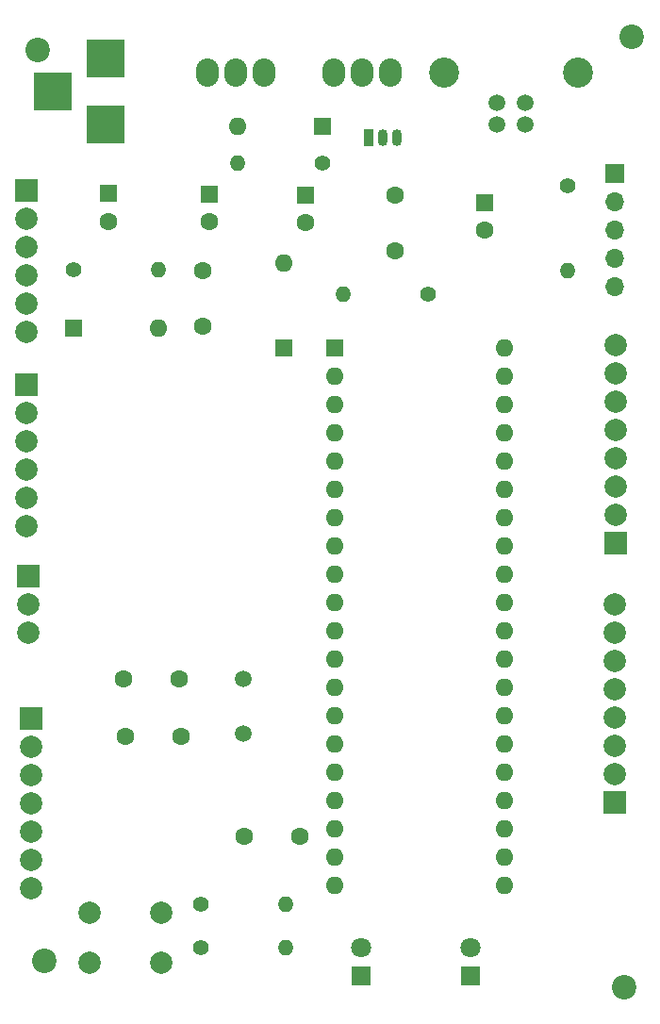
<source format=gbr>
%TF.GenerationSoftware,KiCad,Pcbnew,(5.1.9)-1*%
%TF.CreationDate,2021-04-20T21:27:49-05:00*%
%TF.ProjectId,entrenador pic18f4550,656e7472-656e-4616-946f-722070696331,rev?*%
%TF.SameCoordinates,Original*%
%TF.FileFunction,Soldermask,Top*%
%TF.FilePolarity,Negative*%
%FSLAX46Y46*%
G04 Gerber Fmt 4.6, Leading zero omitted, Abs format (unit mm)*
G04 Created by KiCad (PCBNEW (5.1.9)-1) date 2021-04-20 21:27:49*
%MOMM*%
%LPD*%
G01*
G04 APERTURE LIST*
%ADD10C,1.600000*%
%ADD11R,1.600000X1.600000*%
%ADD12O,1.600000X1.600000*%
%ADD13R,1.800000X1.800000*%
%ADD14C,1.800000*%
%ADD15R,3.500000X3.500000*%
%ADD16C,2.700000*%
%ADD17C,1.520000*%
%ADD18C,2.000000*%
%ADD19R,2.000000X2.000000*%
%ADD20O,1.700000X1.700000*%
%ADD21R,1.700000X1.700000*%
%ADD22R,0.900000X1.500000*%
%ADD23O,0.900000X1.500000*%
%ADD24O,1.400000X1.400000*%
%ADD25C,1.400000*%
%ADD26O,2.032000X2.540000*%
%ADD27C,1.500000*%
%ADD28C,2.200000*%
G04 APERTURE END LIST*
D10*
%TO.C,C1*%
X54800500Y-57173500D03*
D11*
X54800500Y-54673500D03*
%TD*%
D10*
%TO.C,C2*%
X72453500Y-57300500D03*
D11*
X72453500Y-54800500D03*
%TD*%
%TO.C,C3*%
X63817500Y-54713500D03*
D10*
X63817500Y-57213500D03*
%TD*%
%TO.C,C4*%
X80518000Y-59800500D03*
X80518000Y-54800500D03*
%TD*%
%TO.C,C5*%
X63246000Y-61595000D03*
X63246000Y-66595000D03*
%TD*%
%TO.C,C6*%
X71979800Y-112420400D03*
X66979800Y-112420400D03*
%TD*%
D11*
%TO.C,C7*%
X88582500Y-55499000D03*
D10*
X88582500Y-57999000D03*
%TD*%
%TO.C,C8*%
X56150500Y-98234500D03*
X61150500Y-98234500D03*
%TD*%
%TO.C,C9*%
X61261000Y-103441500D03*
X56261000Y-103441500D03*
%TD*%
D11*
%TO.C,D1*%
X73977500Y-48641000D03*
D12*
X66357500Y-48641000D03*
%TD*%
%TO.C,D2*%
X59245500Y-66802000D03*
D11*
X51625500Y-66802000D03*
%TD*%
D12*
%TO.C,D3*%
X70548500Y-60896500D03*
D11*
X70548500Y-68516500D03*
%TD*%
D13*
%TO.C,LED RA4*%
X77470000Y-124904500D03*
D14*
X77470000Y-122364500D03*
%TD*%
%TO.C,LED ON*%
X87249000Y-122364500D03*
D13*
X87249000Y-124904500D03*
%TD*%
D15*
%TO.C,J1*%
X49783000Y-45514000D03*
X54483000Y-42514000D03*
X54483000Y-48514000D03*
%TD*%
D16*
%TO.C,J2*%
X84932000Y-43814000D03*
X96932000Y-43814000D03*
D17*
X92202000Y-46514000D03*
X89662000Y-46514000D03*
X89662000Y-48514000D03*
X92202000Y-48514000D03*
%TD*%
D18*
%TO.C,PUERTO E*%
X47561500Y-94107000D03*
X47561500Y-91567000D03*
D19*
X47561500Y-89027000D03*
%TD*%
%TO.C,PUERTO B*%
X100330000Y-86042500D03*
D18*
X100330000Y-83502500D03*
X100330000Y-80962500D03*
X100330000Y-78422500D03*
X100330000Y-75882500D03*
X100330000Y-73342500D03*
X100330000Y-70802500D03*
X100330000Y-68262500D03*
%TD*%
D19*
%TO.C,PUERTO C*%
X47853600Y-101828600D03*
D18*
X47853600Y-104368600D03*
X47853600Y-106908600D03*
X47853600Y-109448600D03*
X47853600Y-111988600D03*
X47853600Y-114528600D03*
X47853600Y-117068600D03*
%TD*%
%TO.C,PUERTO D*%
X100203000Y-91567000D03*
X100203000Y-94107000D03*
X100203000Y-96647000D03*
X100203000Y-99187000D03*
X100203000Y-101727000D03*
X100203000Y-104267000D03*
X100203000Y-106807000D03*
D19*
X100203000Y-109347000D03*
%TD*%
D18*
%TO.C,POWER*%
X47434500Y-67119500D03*
X47434500Y-64579500D03*
X47434500Y-62039500D03*
X47434500Y-59499500D03*
X47434500Y-56959500D03*
D19*
X47434500Y-54419500D03*
%TD*%
D20*
%TO.C,*%
X100266500Y-63055500D03*
X100266500Y-60515500D03*
X100266500Y-57975500D03*
X100266500Y-55435500D03*
D21*
X100266500Y-52895500D03*
%TD*%
D22*
%TO.C,Q1*%
X78105000Y-49657000D03*
D23*
X80645000Y-49657000D03*
X79375000Y-49657000D03*
%TD*%
D24*
%TO.C,R1*%
X59245500Y-61531500D03*
D25*
X51625500Y-61531500D03*
%TD*%
%TO.C,R2*%
X73977500Y-51943000D03*
D24*
X66357500Y-51943000D03*
%TD*%
%TO.C,R3*%
X96012000Y-61595000D03*
D25*
X96012000Y-53975000D03*
%TD*%
%TO.C,R4*%
X83439000Y-63690500D03*
D24*
X75819000Y-63690500D03*
%TD*%
%TO.C,R5*%
X70688200Y-122428000D03*
D25*
X63068200Y-122428000D03*
%TD*%
%TO.C,R6*%
X63068200Y-118516400D03*
D24*
X70688200Y-118516400D03*
%TD*%
D18*
%TO.C,RESET*%
X59535200Y-119278400D03*
X59535200Y-123778400D03*
X53035200Y-119278400D03*
X53035200Y-123778400D03*
%TD*%
D11*
%TO.C,U1*%
X75120500Y-68516500D03*
D12*
X90360500Y-116776500D03*
X75120500Y-71056500D03*
X90360500Y-114236500D03*
X75120500Y-73596500D03*
X90360500Y-111696500D03*
X75120500Y-76136500D03*
X90360500Y-109156500D03*
X75120500Y-78676500D03*
X90360500Y-106616500D03*
X75120500Y-81216500D03*
X90360500Y-104076500D03*
X75120500Y-83756500D03*
X90360500Y-101536500D03*
X75120500Y-86296500D03*
X90360500Y-98996500D03*
X75120500Y-88836500D03*
X90360500Y-96456500D03*
X75120500Y-91376500D03*
X90360500Y-93916500D03*
X75120500Y-93916500D03*
X90360500Y-91376500D03*
X75120500Y-96456500D03*
X90360500Y-88836500D03*
X75120500Y-98996500D03*
X90360500Y-86296500D03*
X75120500Y-101536500D03*
X90360500Y-83756500D03*
X75120500Y-104076500D03*
X90360500Y-81216500D03*
X75120500Y-106616500D03*
X90360500Y-78676500D03*
X75120500Y-109156500D03*
X90360500Y-76136500D03*
X75120500Y-111696500D03*
X90360500Y-73596500D03*
X75120500Y-114236500D03*
X90360500Y-71056500D03*
X75120500Y-116776500D03*
X90360500Y-68516500D03*
%TD*%
D26*
%TO.C,U2*%
X63690500Y-43815000D03*
X68770500Y-43815000D03*
X66230500Y-43815000D03*
%TD*%
%TO.C,U3*%
X77533500Y-43815000D03*
X80073500Y-43815000D03*
X74993500Y-43815000D03*
%TD*%
D27*
%TO.C,20MHz*%
X66865500Y-103187500D03*
X66865500Y-98287500D03*
%TD*%
D18*
%TO.C,PUERTO A*%
X47434500Y-84518500D03*
X47434500Y-81978500D03*
X47434500Y-79438500D03*
X47434500Y-76898500D03*
X47434500Y-74358500D03*
D19*
X47434500Y-71818500D03*
%TD*%
D28*
%TO.C,*%
X101041200Y-125958600D03*
%TD*%
%TO.C,*%
X49022000Y-123596400D03*
%TD*%
%TO.C,*%
X101777800Y-40589200D03*
%TD*%
%TO.C,*%
X48387000Y-41808400D03*
%TD*%
M02*

</source>
